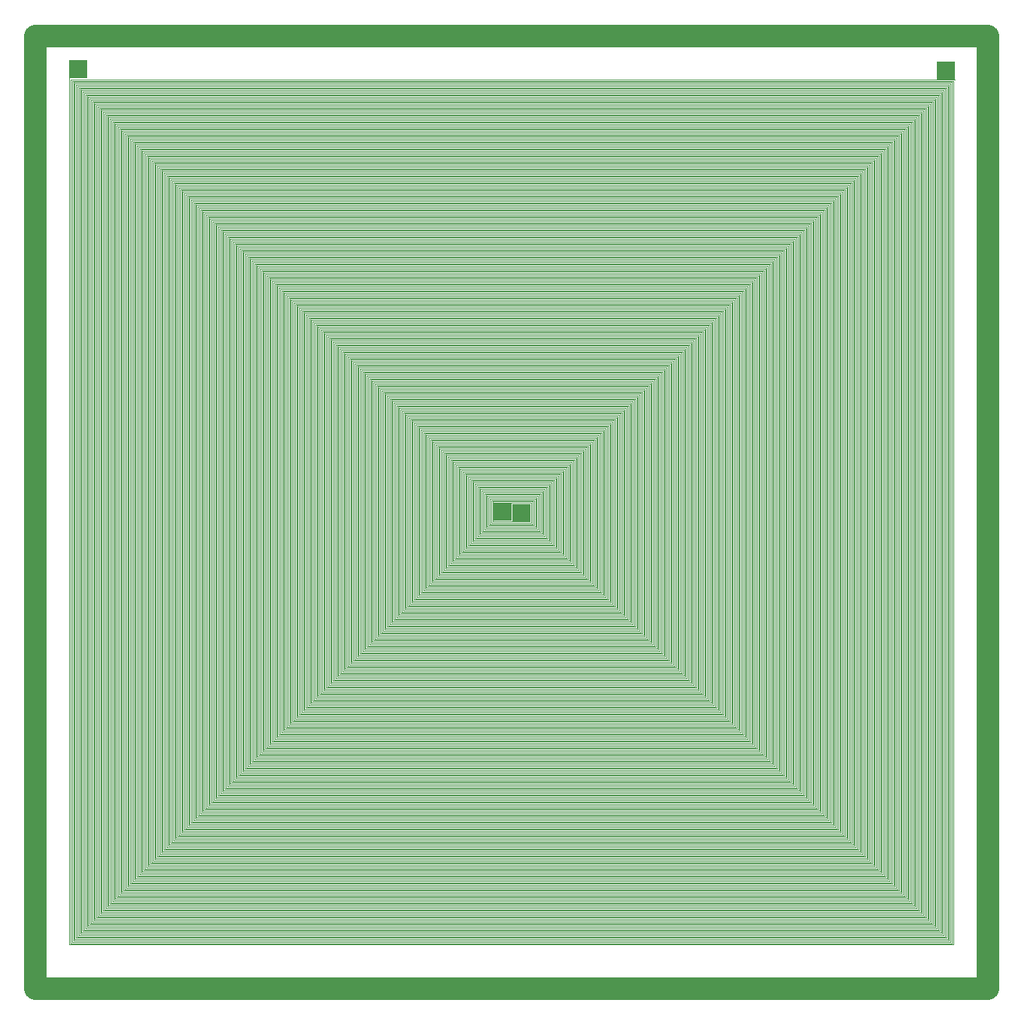
<source format=gbr>
G04 start of page 2 for group 0 idx 0 *
G04 Title: (unknown), component *
G04 Creator: pcb 1.99y *
G04 CreationDate: Mon Mar  9 18:38:28 2009 UTC *
G04 For: dj *
G04 Format: Gerber/RS-274X *
G04 PCB-Dimensions: 432600 432600 *
G04 PCB-Coordinate-Origin: lower left *
%MOIN*%
%FSLAX25Y25*%
%LNFRONT*%
%ADD11C,0.0030*%
%ADD12C,0.1000*%
%ADD13C,0.0200*%
%ADD14C,0.0300*%
G54D11*X331100Y105350D02*Y326650D01*
X331700Y104750D02*Y327250D01*
X332300Y104150D02*Y327850D01*
X332900Y103550D02*Y328450D01*
X333500Y102950D02*Y329050D01*
X334100Y102350D02*Y329650D01*
X334700Y101750D02*Y330250D01*
X335300Y101150D02*Y330850D01*
X335900Y100550D02*Y331450D01*
X336500Y99950D02*Y332050D01*
X337100Y99350D02*Y332650D01*
X337700Y98750D02*Y333250D01*
X338300Y98150D02*Y333850D01*
X338900Y97550D02*Y334450D01*
X339500Y96950D02*Y335050D01*
X340100Y96350D02*Y335650D01*
X340700Y95750D02*Y336250D01*
X341300Y95150D02*Y336850D01*
X341900Y94550D02*Y337450D01*
X342500Y93950D02*Y338050D01*
X343100Y93350D02*Y338650D01*
X343700Y92750D02*Y339250D01*
X344300Y92150D02*Y339850D01*
X344900Y91550D02*Y340450D01*
X345500Y90950D02*Y341050D01*
X346100Y90350D02*Y341650D01*
X346700Y89750D02*Y342250D01*
X347300Y89150D02*Y342850D01*
X347900Y88550D02*Y343450D01*
X348500Y87950D02*Y344050D01*
X349100Y87350D02*Y344650D01*
X349700Y86750D02*Y345250D01*
X350300Y86150D02*Y345850D01*
X350900Y85550D02*Y346450D01*
X351500Y84950D02*Y347050D01*
X352100Y84350D02*Y347650D01*
X352700Y83750D02*Y348250D01*
X353300Y83150D02*Y348850D01*
X353900Y82550D02*Y349450D01*
X354500Y81950D02*Y350050D01*
X355100Y81350D02*Y350650D01*
X355700Y80750D02*Y351250D01*
X356300Y80150D02*Y351850D01*
X356900Y79550D02*Y352450D01*
X357500Y78950D02*Y353050D01*
X358100Y78350D02*Y353650D01*
X358700Y77750D02*Y354250D01*
X359300Y77150D02*Y354850D01*
X359900Y76550D02*Y355450D01*
X360500Y75950D02*Y356050D01*
X361100Y75350D02*Y356650D01*
X361700Y74750D02*Y357250D01*
X362300Y74150D02*Y357850D01*
X362900Y73550D02*Y358450D01*
X363500Y72950D02*Y359050D01*
X364100Y72350D02*Y359650D01*
X364700Y71750D02*Y360250D01*
X365300Y71150D02*Y360850D01*
X365900Y70550D02*Y361450D01*
X366500Y69950D02*Y362050D01*
X367100Y69350D02*Y362650D01*
X367700Y68750D02*Y363250D01*
X368300Y68150D02*Y363850D01*
X368900Y67550D02*Y364450D01*
X369500Y66950D02*Y365050D01*
X370100Y66350D02*Y365650D01*
X370700Y65750D02*Y366250D01*
X371300Y65150D02*Y366850D01*
X371900Y64550D02*Y367450D01*
X372500Y63950D02*Y368050D01*
X373100Y63350D02*Y368650D01*
X373700Y62750D02*Y369250D01*
X374300Y62150D02*Y369850D01*
X374900Y61550D02*Y370450D01*
X375500Y60950D02*Y371050D01*
X376100Y60350D02*Y371650D01*
X376700Y59750D02*Y372250D01*
X377300Y59150D02*Y372850D01*
X377900Y58550D02*Y373450D01*
X378500Y57950D02*Y374050D01*
X379100Y57350D02*Y374650D01*
X379700Y56750D02*Y375250D01*
X380300Y56150D02*Y375850D01*
X380900Y55550D02*Y376450D01*
X381500Y54950D02*Y377050D01*
X382100Y54350D02*Y377650D01*
X382700Y53750D02*Y378250D01*
X383300Y53150D02*Y378850D01*
X383900Y52550D02*Y379450D01*
X384500Y51950D02*Y380050D01*
X385100Y51350D02*Y380650D01*
X385700Y50750D02*Y381250D01*
X386300Y50150D02*Y381850D01*
X386900Y49550D02*Y382450D01*
X387500Y48950D02*Y383050D01*
X388100Y48350D02*Y383650D01*
X388700Y47750D02*Y384250D01*
X389300Y47150D02*Y384850D01*
X389900Y46550D02*Y385450D01*
X390500Y45950D02*Y386050D01*
X391100Y45350D02*Y386650D01*
X391700Y44750D02*Y387250D01*
X392300Y44150D02*Y387850D01*
X392900Y43550D02*Y388450D01*
X393500Y42950D02*Y389050D01*
X394100Y42350D02*Y389650D01*
X394700Y41750D02*Y390250D01*
X395300Y41150D02*Y390850D01*
X395900Y40550D02*Y391450D01*
X396500Y39950D02*Y392050D01*
X169300Y259450D02*X263900D01*
X168700Y260050D02*X264500D01*
X168100Y260650D02*X265100D01*
X167500Y261250D02*X265700D01*
X166900Y261850D02*X266300D01*
X166300Y262450D02*X266900D01*
X165700Y263050D02*X267500D01*
X165100Y263650D02*X268100D01*
X164500Y264250D02*X268700D01*
X163900Y264850D02*X269300D01*
X163300Y265450D02*X269900D01*
X162700Y266050D02*X270500D01*
X162100Y266650D02*X271100D01*
X161500Y267250D02*X271700D01*
X160900Y267850D02*X272300D01*
X160300Y268450D02*X272900D01*
X159700Y269050D02*X273500D01*
X159100Y269650D02*X274100D01*
X158500Y270250D02*X274700D01*
X157900Y270850D02*X275300D01*
X157300Y271450D02*X275900D01*
X156700Y272050D02*X276500D01*
X156100Y272650D02*X277100D01*
X155500Y273250D02*X277700D01*
X154900Y273850D02*X278300D01*
X154300Y274450D02*X278900D01*
X153700Y275050D02*X279500D01*
X153100Y275650D02*X280100D01*
X152500Y276250D02*X280700D01*
X151900Y276850D02*X281300D01*
X151300Y277450D02*X281900D01*
X150700Y278050D02*X282500D01*
X150100Y278650D02*X283100D01*
X149500Y279250D02*X283700D01*
X148900Y279850D02*X284300D01*
X148300Y280450D02*X284900D01*
X147700Y281050D02*X285500D01*
X147100Y281650D02*X286100D01*
X146500Y282250D02*X286700D01*
X145900Y282850D02*X287300D01*
X145300Y283450D02*X287900D01*
X144700Y284050D02*X288500D01*
X144100Y284650D02*X289100D01*
X143500Y285250D02*X289700D01*
X142900Y285850D02*X290300D01*
X142300Y286450D02*X290900D01*
X141700Y287050D02*X291500D01*
X141100Y287650D02*X292100D01*
X140500Y288250D02*X292700D01*
X139900Y288850D02*X293300D01*
X139300Y289450D02*X293900D01*
X138700Y290050D02*X294500D01*
X138100Y290650D02*X295100D01*
X137500Y291250D02*X295700D01*
X136900Y291850D02*X296300D01*
X136300Y292450D02*X296900D01*
X135700Y293050D02*X297500D01*
X135100Y293650D02*X298100D01*
X134500Y294250D02*X298700D01*
X133900Y294850D02*X299300D01*
X133300Y295450D02*X299900D01*
X132700Y296050D02*X300500D01*
X132100Y296650D02*X301100D01*
X131500Y297250D02*X301700D01*
X130900Y297850D02*X302300D01*
X130300Y298450D02*X302900D01*
X129700Y299050D02*X303500D01*
X129100Y299650D02*X304100D01*
X128500Y300250D02*X304700D01*
X127900Y300850D02*X305300D01*
X127300Y301450D02*X305900D01*
X126700Y302050D02*X306500D01*
X126100Y302650D02*X307100D01*
X125500Y303250D02*X307700D01*
X124900Y303850D02*X308300D01*
X124300Y304450D02*X308900D01*
X123700Y305050D02*X309500D01*
X123100Y305650D02*X310100D01*
X122500Y306250D02*X310700D01*
X121900Y306850D02*X311300D01*
X121300Y307450D02*X311900D01*
X120700Y308050D02*X312500D01*
X120100Y308650D02*X313100D01*
X119500Y309250D02*X313700D01*
X118900Y309850D02*X314300D01*
X118300Y310450D02*X314900D01*
X117700Y311050D02*X315500D01*
X117100Y311650D02*X316100D01*
X116500Y312250D02*X316700D01*
X115900Y312850D02*X317300D01*
X115300Y313450D02*X317900D01*
X114700Y314050D02*X318500D01*
X114100Y314650D02*X319100D01*
X113500Y315250D02*X319700D01*
X112900Y315850D02*X320300D01*
X112300Y316450D02*X320900D01*
X111700Y317050D02*X321500D01*
X111100Y317650D02*X322100D01*
X110500Y318250D02*X322700D01*
X109900Y318850D02*X323300D01*
X109300Y319450D02*X323900D01*
X108700Y320050D02*X324500D01*
X108100Y320650D02*X325100D01*
X107500Y321250D02*X325700D01*
X106900Y321850D02*X326300D01*
X106300Y322450D02*X326900D01*
X105700Y323050D02*X327500D01*
X105100Y323650D02*X328100D01*
X104500Y324250D02*X328700D01*
X103900Y324850D02*X329300D01*
X103300Y325450D02*X329900D01*
X102700Y326050D02*X330500D01*
X102100Y326650D02*X331100D01*
X101500Y327250D02*X331700D01*
X100900Y327850D02*X332300D01*
X100300Y328450D02*X332900D01*
X99700Y329050D02*X333500D01*
X99100Y329650D02*X334100D01*
X98500Y330250D02*X334700D01*
X97900Y330850D02*X335300D01*
X97300Y331450D02*X335900D01*
X96700Y332050D02*X336500D01*
X96100Y332650D02*X337100D01*
X95500Y333250D02*X337700D01*
X94900Y333850D02*X338300D01*
X94300Y334450D02*X338900D01*
X93700Y335050D02*X339500D01*
X93100Y335650D02*X340100D01*
X92500Y336250D02*X340700D01*
X91900Y336850D02*X341300D01*
X91300Y337450D02*X341900D01*
X90700Y338050D02*X342500D01*
X90100Y338650D02*X343100D01*
X89500Y339250D02*X343700D01*
X88900Y339850D02*X344300D01*
X88300Y340450D02*X344900D01*
X87700Y341050D02*X345500D01*
X87100Y341650D02*X346100D01*
X86500Y342250D02*X346700D01*
X85900Y342850D02*X347300D01*
X85300Y343450D02*X347900D01*
X84700Y344050D02*X348500D01*
X84100Y344650D02*X349100D01*
X83500Y345250D02*X349700D01*
X82900Y345850D02*X350300D01*
X82300Y346450D02*X350900D01*
X81700Y347050D02*X351500D01*
X81100Y347650D02*X352100D01*
X80500Y348250D02*X352700D01*
X79900Y348850D02*X353300D01*
X79300Y349450D02*X353900D01*
X78700Y350050D02*X354500D01*
X78100Y350650D02*X355100D01*
X77500Y351250D02*X355700D01*
X76900Y351850D02*X356300D01*
X76300Y352450D02*X356900D01*
X75700Y353050D02*X357500D01*
X75100Y353650D02*X358100D01*
X74500Y354250D02*X358700D01*
X73900Y354850D02*X359300D01*
X73300Y355450D02*X359900D01*
X72700Y356050D02*X360500D01*
X72100Y356650D02*X361100D01*
X71500Y357250D02*X361700D01*
X70900Y357850D02*X362300D01*
X70300Y358450D02*X362900D01*
X69700Y359050D02*X363500D01*
X69100Y359650D02*X364100D01*
X68500Y360250D02*X364700D01*
X67900Y360850D02*X365300D01*
X67300Y361450D02*X365900D01*
X66700Y362050D02*X366500D01*
X66100Y362650D02*X367100D01*
X65500Y363250D02*X367700D01*
X64900Y363850D02*X368300D01*
X64300Y364450D02*X368900D01*
X63700Y365050D02*X369500D01*
X63100Y365650D02*X370100D01*
X62500Y366250D02*X370700D01*
X61900Y366850D02*X371300D01*
X61300Y367450D02*X371900D01*
X60700Y368050D02*X372500D01*
X60100Y368650D02*X373100D01*
X59500Y369250D02*X373700D01*
X58900Y369850D02*X374300D01*
X58300Y370450D02*X374900D01*
X57700Y371050D02*X375500D01*
X57100Y371650D02*X376100D01*
X56500Y372250D02*X376700D01*
X55900Y372850D02*X377300D01*
X55300Y373450D02*X377900D01*
X54700Y374050D02*X378500D01*
X54100Y374650D02*X379100D01*
X53500Y375250D02*X379700D01*
X52900Y375850D02*X380300D01*
X52300Y376450D02*X380900D01*
X51700Y377050D02*X381500D01*
X51100Y377650D02*X382100D01*
X50500Y378250D02*X382700D01*
X49900Y378850D02*X383300D01*
X49300Y379450D02*X383900D01*
X48700Y380050D02*X384500D01*
X48100Y380650D02*X385100D01*
X47500Y381250D02*X385700D01*
X46900Y381850D02*X386300D01*
X46300Y382450D02*X386900D01*
X45700Y383050D02*X387500D01*
X45100Y383650D02*X388100D01*
X44500Y384250D02*X388700D01*
X43900Y384850D02*X389300D01*
X43300Y385450D02*X389900D01*
X42700Y386050D02*X390500D01*
X42100Y386650D02*X391100D01*
X41500Y387250D02*X391700D01*
X40900Y387850D02*X392300D01*
X40300Y388450D02*X392900D01*
X39700Y389050D02*X393500D01*
X39100Y389650D02*X394100D01*
X38500Y390250D02*X394700D01*
X37900Y390850D02*X395300D01*
X37300Y391450D02*X395900D01*
X36700Y392050D02*X396500D01*
X36100Y392650D02*X397100D01*
X206500Y210950D02*X225500D01*
X205900Y210350D02*X226100D01*
X205300Y209750D02*X226700D01*
X225500Y210950D02*Y221050D01*
X226100Y210350D02*Y221650D01*
X226700Y209750D02*Y222250D01*
X227300Y209150D02*Y222850D01*
X227900Y208550D02*Y223450D01*
X228500Y207950D02*Y224050D01*
X204700Y209150D02*X227300D01*
X204100Y208550D02*X227900D01*
X203500Y207950D02*X228500D01*
X202900Y207350D02*X229100D01*
X207700Y212150D02*Y221050D01*
X208300Y220450D02*X224900D01*
X207100Y211550D02*Y221650D01*
X207700Y221050D02*X225500D01*
X207700Y212150D02*X224300D01*
Y219850D01*
X207100Y211550D02*X224900D01*
Y220450D01*
X229100Y207350D02*Y224650D01*
X202300Y206750D02*X229700D01*
X239900Y196550D02*Y235450D01*
X240500Y195950D02*Y236050D01*
X241100Y195350D02*Y236650D01*
X241700Y194750D02*Y237250D01*
X242300Y194150D02*Y237850D01*
X242900Y193550D02*Y238450D01*
X243500Y192950D02*Y239050D01*
X244100Y192350D02*Y239650D01*
X244700Y191750D02*Y240250D01*
X245300Y191150D02*Y240850D01*
X245900Y190550D02*Y241450D01*
X246500Y189950D02*Y242050D01*
X247100Y189350D02*Y242650D01*
X247700Y188750D02*Y243250D01*
X248300Y188150D02*Y243850D01*
X248900Y187550D02*Y244450D01*
X249500Y186950D02*Y245050D01*
X250100Y186350D02*Y245650D01*
X250700Y185750D02*Y246250D01*
X251300Y185150D02*Y246850D01*
X251900Y184550D02*Y247450D01*
X252500Y183950D02*Y248050D01*
X253100Y183350D02*Y248650D01*
X253700Y182750D02*Y249250D01*
X254300Y182150D02*Y249850D01*
X254900Y181550D02*Y250450D01*
X255500Y180950D02*Y251050D01*
X256100Y180350D02*Y251650D01*
X256700Y179750D02*Y252250D01*
X257300Y179150D02*Y252850D01*
X257900Y178550D02*Y253450D01*
X258500Y177950D02*Y254050D01*
X259100Y177350D02*Y254650D01*
X259700Y176750D02*Y255250D01*
X260300Y176150D02*Y255850D01*
X260900Y175550D02*Y256450D01*
X261500Y174950D02*Y257050D01*
X262100Y174350D02*Y257650D01*
X229700Y206750D02*Y225250D01*
X230300Y206150D02*Y225850D01*
X230900Y205550D02*Y226450D01*
X231500Y204950D02*Y227050D01*
X232100Y204350D02*Y227650D01*
X232700Y203750D02*Y228250D01*
X233300Y203150D02*Y228850D01*
X233900Y202550D02*Y229450D01*
X234500Y201950D02*Y230050D01*
X235100Y201350D02*Y230650D01*
X235700Y200750D02*Y231250D01*
X236300Y200150D02*Y231850D01*
X236900Y199550D02*Y232450D01*
X237500Y198950D02*Y233050D01*
X238100Y198350D02*Y233650D01*
X238700Y197750D02*Y234250D01*
X239300Y197150D02*Y234850D01*
X207100Y221650D02*X226100D01*
X206500Y222250D02*X226700D01*
X205900Y222850D02*X227300D01*
X205300Y223450D02*X227900D01*
X204700Y224050D02*X228500D01*
X204100Y224650D02*X229100D01*
X203500Y225250D02*X229700D01*
X202900Y225850D02*X230300D01*
X202300Y226450D02*X230900D01*
X201700Y227050D02*X231500D01*
X201100Y227650D02*X232100D01*
X200500Y228250D02*X232700D01*
X199900Y228850D02*X233300D01*
X199300Y229450D02*X233900D01*
X198700Y230050D02*X234500D01*
X198100Y230650D02*X235100D01*
X197500Y231250D02*X235700D01*
X196900Y231850D02*X236300D01*
X196300Y232450D02*X236900D01*
X195700Y233050D02*X237500D01*
X195100Y233650D02*X238100D01*
X194500Y234250D02*X238700D01*
X193900Y234850D02*X239300D01*
X193300Y235450D02*X239900D01*
X192700Y236050D02*X240500D01*
X192100Y236650D02*X241100D01*
X191500Y237250D02*X241700D01*
X190900Y237850D02*X242300D01*
X190300Y238450D02*X242900D01*
X189700Y239050D02*X243500D01*
X189100Y239650D02*X244100D01*
X188500Y240250D02*X244700D01*
X187900Y240850D02*X245300D01*
X187300Y241450D02*X245900D01*
X186700Y242050D02*X246500D01*
X186100Y242650D02*X247100D01*
X185500Y243250D02*X247700D01*
X184900Y243850D02*X248300D01*
X184300Y244450D02*X248900D01*
X183700Y245050D02*X249500D01*
X183100Y245650D02*X250100D01*
X182500Y246250D02*X250700D01*
X181900Y246850D02*X251300D01*
X181300Y247450D02*X251900D01*
X180700Y248050D02*X252500D01*
X180100Y248650D02*X253100D01*
X179500Y249250D02*X253700D01*
X178900Y249850D02*X254300D01*
X178300Y250450D02*X254900D01*
X177700Y251050D02*X255500D01*
X177100Y251650D02*X256100D01*
X176500Y252250D02*X256700D01*
X175900Y252850D02*X257300D01*
X175300Y253450D02*X257900D01*
X174700Y254050D02*X258500D01*
X174100Y254650D02*X259100D01*
X173500Y255250D02*X259700D01*
X172900Y255850D02*X260300D01*
X172300Y256450D02*X260900D01*
X171700Y257050D02*X261500D01*
X171100Y257650D02*X262100D01*
X170500Y258250D02*X262700D01*
X169900Y258850D02*X263300D01*
X262700Y173750D02*Y258250D01*
X263300Y173150D02*Y258850D01*
X263900Y172550D02*Y259450D01*
X264500Y171950D02*Y260050D01*
X265100Y171350D02*Y260650D01*
X265700Y170750D02*Y261250D01*
X266300Y170150D02*Y261850D01*
X266900Y169550D02*Y262450D01*
X267500Y168950D02*Y263050D01*
X268100Y168350D02*Y263650D01*
X268700Y167750D02*Y264250D01*
X269300Y167150D02*Y264850D01*
X269900Y166550D02*Y265450D01*
X270500Y165950D02*Y266050D01*
X271100Y165350D02*Y266650D01*
X271700Y164750D02*Y267250D01*
X272300Y164150D02*Y267850D01*
X272900Y163550D02*Y268450D01*
X273500Y162950D02*Y269050D01*
X274100Y162350D02*Y269650D01*
X274700Y161750D02*Y270250D01*
X275300Y161150D02*Y270850D01*
X275900Y160550D02*Y271450D01*
X276500Y159950D02*Y272050D01*
X277100Y159350D02*Y272650D01*
X277700Y158750D02*Y273250D01*
X278300Y158150D02*Y273850D01*
X278900Y157550D02*Y274450D01*
X279500Y156950D02*Y275050D01*
X280100Y156350D02*Y275650D01*
X280700Y155750D02*Y276250D01*
X281300Y155150D02*Y276850D01*
X281900Y154550D02*Y277450D01*
X282500Y153950D02*Y278050D01*
X283100Y153350D02*Y278650D01*
X283700Y152750D02*Y279250D01*
X284300Y152150D02*Y279850D01*
X284900Y151550D02*Y280450D01*
X285500Y150950D02*Y281050D01*
X286100Y150350D02*Y281650D01*
X286700Y149750D02*Y282250D01*
X287300Y149150D02*Y282850D01*
X287900Y148550D02*Y283450D01*
X288500Y147950D02*Y284050D01*
X289100Y147350D02*Y284650D01*
X289700Y146750D02*Y285250D01*
X290300Y146150D02*Y285850D01*
X290900Y145550D02*Y286450D01*
X291500Y144950D02*Y287050D01*
X292100Y144350D02*Y287650D01*
X292700Y143750D02*Y288250D01*
X293300Y143150D02*Y288850D01*
X293900Y142550D02*Y289450D01*
X294500Y141950D02*Y290050D01*
X295100Y141350D02*Y290650D01*
X295700Y140750D02*Y291250D01*
X296300Y140150D02*Y291850D01*
X296900Y139550D02*Y292450D01*
X297500Y138950D02*Y293050D01*
X298100Y138350D02*Y293650D01*
X298700Y137750D02*Y294250D01*
X299300Y137150D02*Y294850D01*
X299900Y136550D02*Y295450D01*
X300500Y135950D02*Y296050D01*
X301100Y135350D02*Y296650D01*
X301700Y134750D02*Y297250D01*
X302300Y134150D02*Y297850D01*
X302900Y133550D02*Y298450D01*
X303500Y132950D02*Y299050D01*
X304100Y132350D02*Y299650D01*
X304700Y131750D02*Y300250D01*
X305300Y131150D02*Y300850D01*
X305900Y130550D02*Y301450D01*
X306500Y129950D02*Y302050D01*
X307100Y129350D02*Y302650D01*
X307700Y128750D02*Y303250D01*
X308300Y128150D02*Y303850D01*
X308900Y127550D02*Y304450D01*
X309500Y126950D02*Y305050D01*
X310100Y126350D02*Y305650D01*
X310700Y125750D02*Y306250D01*
X311300Y125150D02*Y306850D01*
X311900Y124550D02*Y307450D01*
X312500Y123950D02*Y308050D01*
X313100Y123350D02*Y308650D01*
X313700Y122750D02*Y309250D01*
X314300Y122150D02*Y309850D01*
X314900Y121550D02*Y310450D01*
X315500Y120950D02*Y311050D01*
X316100Y120350D02*Y311650D01*
X316700Y119750D02*Y312250D01*
X317300Y119150D02*Y312850D01*
X317900Y118550D02*Y313450D01*
X318500Y117950D02*Y314050D01*
X319100Y117350D02*Y314650D01*
X319700Y116750D02*Y315250D01*
X320300Y116150D02*Y315850D01*
X320900Y115550D02*Y316450D01*
X321500Y114950D02*Y317050D01*
X322100Y114350D02*Y317650D01*
X322700Y113750D02*Y318250D01*
X323300Y113150D02*Y318850D01*
X323900Y112550D02*Y319450D01*
X324500Y111950D02*Y320050D01*
X325100Y111350D02*Y320650D01*
X325700Y110750D02*Y321250D01*
X326300Y110150D02*Y321850D01*
X326900Y109550D02*Y322450D01*
X327500Y108950D02*Y323050D01*
X328100Y108350D02*Y323650D01*
X328700Y107750D02*Y324250D01*
X329300Y107150D02*Y324850D01*
X329900Y106550D02*Y325450D01*
X330500Y105950D02*Y326050D01*
X198700Y203150D02*X233300D01*
X198100Y202550D02*X233900D01*
X197500Y201950D02*X234500D01*
X196900Y201350D02*X235100D01*
X196300Y200750D02*X235700D01*
X195700Y200150D02*X236300D01*
X195100Y199550D02*X236900D01*
X194500Y198950D02*X237500D01*
X193900Y198350D02*X238100D01*
X193300Y197750D02*X238700D01*
X192700Y197150D02*X239300D01*
X192100Y196550D02*X239900D01*
X191500Y195950D02*X240500D01*
X190900Y195350D02*X241100D01*
X190300Y194750D02*X241700D01*
X189700Y194150D02*X242300D01*
X189100Y193550D02*X242900D01*
X188500Y192950D02*X243500D01*
X187900Y192350D02*X244100D01*
X187300Y191750D02*X244700D01*
X186700Y191150D02*X245300D01*
X186100Y190550D02*X245900D01*
X185500Y189950D02*X246500D01*
X184900Y189350D02*X247100D01*
X184300Y188750D02*X247700D01*
X183700Y188150D02*X248300D01*
X183100Y187550D02*X248900D01*
X182500Y186950D02*X249500D01*
X181900Y186350D02*X250100D01*
X181300Y185750D02*X250700D01*
X180700Y185150D02*X251300D01*
X180100Y184550D02*X251900D01*
X179500Y183950D02*X252500D01*
X178900Y183350D02*X253100D01*
X178300Y182750D02*X253700D01*
X177700Y182150D02*X254300D01*
X177100Y181550D02*X254900D01*
X176500Y180950D02*X255500D01*
X175900Y180350D02*X256100D01*
X175300Y179750D02*X256700D01*
X174700Y179150D02*X257300D01*
X174100Y178550D02*X257900D01*
X173500Y177950D02*X258500D01*
X172900Y177350D02*X259100D01*
X172300Y176750D02*X259700D01*
X171700Y176150D02*X260300D01*
X171100Y175550D02*X260900D01*
X170500Y174950D02*X261500D01*
X201700Y206150D02*X230300D01*
X201100Y205550D02*X230900D01*
X200500Y204950D02*X231500D01*
X199900Y204350D02*X232100D01*
X199300Y203750D02*X232700D01*
X169900Y174350D02*X262100D01*
X169300Y173750D02*X262700D01*
X168700Y173150D02*X263300D01*
X168100Y172550D02*X263900D01*
X167500Y171950D02*X264500D01*
X166900Y171350D02*X265100D01*
X166300Y170750D02*X265700D01*
X165700Y170150D02*X266300D01*
X165100Y169550D02*X266900D01*
X164500Y168950D02*X267500D01*
X163900Y168350D02*X268100D01*
X163300Y167750D02*X268700D01*
X162700Y167150D02*X269300D01*
X162100Y166550D02*X269900D01*
X161500Y165950D02*X270500D01*
X160900Y165350D02*X271100D01*
X160300Y164750D02*X271700D01*
X159700Y164150D02*X272300D01*
X159100Y163550D02*X272900D01*
X158500Y162950D02*X273500D01*
X157900Y162350D02*X274100D01*
X157300Y161750D02*X274700D01*
X156700Y161150D02*X275300D01*
X156100Y160550D02*X275900D01*
X155500Y159950D02*X276500D01*
X154900Y159350D02*X277100D01*
X154300Y158750D02*X277700D01*
X153700Y158150D02*X278300D01*
X153100Y157550D02*X278900D01*
X152500Y156950D02*X279500D01*
X151900Y156350D02*X280100D01*
X151300Y155750D02*X280700D01*
X150700Y155150D02*X281300D01*
X150100Y154550D02*X281900D01*
X149500Y153950D02*X282500D01*
X148900Y153350D02*X283100D01*
X148300Y152750D02*X283700D01*
X147700Y152150D02*X284300D01*
X147100Y151550D02*X284900D01*
X146500Y150950D02*X285500D01*
X145900Y150350D02*X286100D01*
X145300Y149750D02*X286700D01*
X144700Y149150D02*X287300D01*
X144100Y148550D02*X287900D01*
X143500Y147950D02*X288500D01*
X142900Y147350D02*X289100D01*
X142300Y146750D02*X289700D01*
X141700Y146150D02*X290300D01*
X141100Y145550D02*X290900D01*
X140500Y144950D02*X291500D01*
X139900Y144350D02*X292100D01*
X139300Y143750D02*X292700D01*
X138700Y143150D02*X293300D01*
X138100Y142550D02*X293900D01*
X137500Y141950D02*X294500D01*
X136900Y141350D02*X295100D01*
X136300Y140750D02*X295700D01*
X135700Y140150D02*X296300D01*
X135100Y139550D02*X296900D01*
X134500Y138950D02*X297500D01*
X133900Y138350D02*X298100D01*
X133300Y137750D02*X298700D01*
X132700Y137150D02*X299300D01*
X132100Y136550D02*X299900D01*
X131500Y135950D02*X300500D01*
X130900Y135350D02*X301100D01*
X130300Y134750D02*X301700D01*
X129700Y134150D02*X302300D01*
X129100Y133550D02*X302900D01*
X128500Y132950D02*X303500D01*
X127900Y132350D02*X304100D01*
X127300Y131750D02*X304700D01*
X126700Y131150D02*X305300D01*
X126100Y130550D02*X305900D01*
X125500Y129950D02*X306500D01*
X124900Y129350D02*X307100D01*
X124300Y128750D02*X307700D01*
X123700Y128150D02*X308300D01*
X123100Y127550D02*X308900D01*
X122500Y126950D02*X309500D01*
X121900Y126350D02*X310100D01*
X121300Y125750D02*X310700D01*
X120700Y125150D02*X311300D01*
X120100Y124550D02*X311900D01*
X119500Y123950D02*X312500D01*
X118900Y123350D02*X313100D01*
X118300Y122750D02*X313700D01*
X117700Y122150D02*X314300D01*
X117100Y121550D02*X314900D01*
X116500Y120950D02*X315500D01*
X115900Y120350D02*X316100D01*
X115300Y119750D02*X316700D01*
X114700Y119150D02*X317300D01*
X114100Y118550D02*X317900D01*
X113500Y117950D02*X318500D01*
X112900Y117350D02*X319100D01*
X112300Y116750D02*X319700D01*
X111700Y116150D02*X320300D01*
X111100Y115550D02*X320900D01*
X110500Y114950D02*X321500D01*
X109900Y114350D02*X322100D01*
X109300Y113750D02*X322700D01*
X108700Y113150D02*X323300D01*
X108100Y112550D02*X323900D01*
X107500Y111950D02*X324500D01*
X106900Y111350D02*X325100D01*
X106300Y110750D02*X325700D01*
X105700Y110150D02*X326300D01*
X105100Y109550D02*X326900D01*
X104500Y108950D02*X327500D01*
X103900Y108350D02*X328100D01*
X103300Y107750D02*X328700D01*
X102700Y107150D02*X329300D01*
X102100Y106550D02*X329900D01*
X101500Y105950D02*X330500D01*
X100900Y105350D02*X331100D01*
X165100Y169550D02*Y263650D01*
X164500Y168950D02*Y264250D01*
X163900Y168350D02*Y264850D01*
X163300Y167750D02*Y265450D01*
X162700Y167150D02*Y266050D01*
X162100Y166550D02*Y266650D01*
X161500Y165950D02*Y267250D01*
X160900Y165350D02*Y267850D01*
X160300Y164750D02*Y268450D01*
X159700Y164150D02*Y269050D01*
X159100Y163550D02*Y269650D01*
X158500Y162950D02*Y270250D01*
X157900Y162350D02*Y270850D01*
X157300Y161750D02*Y271450D01*
X156700Y161150D02*Y272050D01*
X156100Y160550D02*Y272650D01*
X155500Y159950D02*Y273250D01*
X154900Y159350D02*Y273850D01*
X154300Y158750D02*Y274450D01*
X153700Y158150D02*Y275050D01*
X153100Y157550D02*Y275650D01*
X152500Y156950D02*Y276250D01*
X151900Y156350D02*Y276850D01*
X151300Y155750D02*Y277450D01*
X150700Y155150D02*Y278050D01*
X150100Y154550D02*Y278650D01*
X149500Y153950D02*Y279250D01*
X148900Y153350D02*Y279850D01*
X148300Y152750D02*Y280450D01*
X147700Y152150D02*Y281050D01*
X147100Y151550D02*Y281650D01*
X146500Y150950D02*Y282250D01*
X145900Y150350D02*Y282850D01*
X145300Y149750D02*Y283450D01*
X144700Y149150D02*Y284050D01*
X144100Y148550D02*Y284650D01*
X143500Y147950D02*Y285250D01*
X142900Y147350D02*Y285850D01*
X142300Y146750D02*Y286450D01*
X141700Y146150D02*Y287050D01*
X141100Y145550D02*Y287650D01*
X140500Y144950D02*Y288250D01*
X139900Y144350D02*Y288850D01*
X139300Y143750D02*Y289450D01*
X138700Y143150D02*Y290050D01*
X138100Y142550D02*Y290650D01*
X137500Y141950D02*Y291250D01*
X136900Y141350D02*Y291850D01*
X136300Y140750D02*Y292450D01*
X135700Y140150D02*Y293050D01*
X135100Y139550D02*Y293650D01*
X134500Y138950D02*Y294250D01*
X133900Y138350D02*Y294850D01*
X133300Y137750D02*Y295450D01*
X132700Y137150D02*Y296050D01*
X132100Y136550D02*Y296650D01*
X131500Y135950D02*Y297250D01*
X130900Y135350D02*Y297850D01*
X130300Y134750D02*Y298450D01*
X129700Y134150D02*Y299050D01*
X129100Y133550D02*Y299650D01*
X128500Y132950D02*Y300250D01*
X127900Y132350D02*Y300850D01*
X127300Y131750D02*Y301450D01*
X126700Y131150D02*Y302050D01*
X126100Y130550D02*Y302650D01*
X125500Y129950D02*Y303250D01*
X124900Y129350D02*Y303850D01*
X124300Y128750D02*Y304450D01*
X123700Y128150D02*Y305050D01*
X123100Y127550D02*Y305650D01*
X122500Y126950D02*Y306250D01*
X202300Y206750D02*Y226450D01*
X201700Y206150D02*Y227050D01*
X201100Y205550D02*Y227650D01*
X200500Y204950D02*Y228250D01*
X199900Y204350D02*Y228850D01*
X199300Y203750D02*Y229450D01*
X198700Y203150D02*Y230050D01*
X198100Y202550D02*Y230650D01*
X197500Y201950D02*Y231250D01*
X196900Y201350D02*Y231850D01*
X196300Y200750D02*Y232450D01*
X195700Y200150D02*Y233050D01*
X195100Y199550D02*Y233650D01*
X194500Y198950D02*Y234250D01*
X202900Y207350D02*Y225850D01*
X206500Y210950D02*Y222250D01*
X205900Y210350D02*Y222850D01*
X205300Y209750D02*Y223450D01*
X204700Y209150D02*Y224050D01*
X204100Y208550D02*Y224650D01*
X203500Y207950D02*Y225250D01*
X193900Y198350D02*Y234850D01*
X193300Y197750D02*Y235450D01*
X192700Y197150D02*Y236050D01*
X192100Y196550D02*Y236650D01*
X191500Y195950D02*Y237250D01*
X190900Y195350D02*Y237850D01*
X190300Y194750D02*Y238450D01*
X189700Y194150D02*Y239050D01*
X189100Y193550D02*Y239650D01*
X188500Y192950D02*Y240250D01*
X187900Y192350D02*Y240850D01*
X187300Y191750D02*Y241450D01*
X186700Y191150D02*Y242050D01*
X186100Y190550D02*Y242650D01*
X185500Y189950D02*Y243250D01*
X184900Y189350D02*Y243850D01*
X184300Y188750D02*Y244450D01*
X183700Y188150D02*Y245050D01*
X183100Y187550D02*Y245650D01*
X182500Y186950D02*Y246250D01*
X181900Y186350D02*Y246850D01*
X181300Y185750D02*Y247450D01*
X180700Y185150D02*Y248050D01*
X180100Y184550D02*Y248650D01*
X179500Y183950D02*Y249250D01*
X178900Y183350D02*Y249850D01*
X178300Y182750D02*Y250450D01*
X177700Y182150D02*Y251050D01*
X177100Y181550D02*Y251650D01*
X176500Y180950D02*Y252250D01*
X175900Y180350D02*Y252850D01*
X175300Y179750D02*Y253450D01*
X174700Y179150D02*Y254050D01*
X174100Y178550D02*Y254650D01*
X173500Y177950D02*Y255250D01*
X172900Y177350D02*Y255850D01*
X172300Y176750D02*Y256450D01*
X171700Y176150D02*Y257050D01*
X171100Y175550D02*Y257650D01*
X170500Y174950D02*Y258250D01*
X169900Y174350D02*Y258850D01*
X169300Y173750D02*Y259450D01*
X168700Y173150D02*Y260050D01*
X168100Y172550D02*Y260650D01*
X167500Y171950D02*Y261250D01*
X166900Y171350D02*Y261850D01*
X166300Y170750D02*Y262450D01*
X165700Y170150D02*Y263050D01*
X35500Y393250D02*X397700D01*
X34900Y393850D02*X398300D01*
X34300Y394450D02*X398900D01*
X33700Y395050D02*X399500D01*
X33100Y395650D02*X400100D01*
X32500Y396250D02*X400700D01*
X31900Y396850D02*X401300D01*
X31300Y397450D02*X401900D01*
X397100Y39350D02*Y392650D01*
X397700Y38750D02*Y393250D01*
X398300Y38150D02*Y393850D01*
X398900Y37550D02*Y394450D01*
X399500Y36950D02*Y395050D01*
X400100Y36350D02*Y395650D01*
X400700Y35750D02*Y396250D01*
X401300Y35150D02*Y396850D01*
G54D12*X5000Y5000D02*X427600D01*
G54D11*X30700Y398050D02*X402500D01*
X30100Y398650D02*X403100D01*
X29500Y399250D02*X403700D01*
X28900Y399850D02*X404300D01*
X28300Y400450D02*X404900D01*
X27700Y401050D02*X405500D01*
X27100Y401650D02*X406100D01*
X26500Y402250D02*X406700D01*
X25900Y402850D02*X407300D01*
X25300Y403450D02*X407900D01*
X24700Y404050D02*X408500D01*
X24100Y404650D02*X409100D01*
X23500Y405250D02*X409700D01*
X22900Y405850D02*X410300D01*
X22300Y406450D02*X410900D01*
X21700Y407050D02*X411500D01*
X21100Y407650D02*X412100D01*
X20500Y408250D02*X412700D01*
X401900Y34550D02*Y397450D01*
X402500Y33950D02*Y398050D01*
X403100Y33350D02*Y398650D01*
X403700Y32750D02*Y399250D01*
X404300Y32150D02*Y399850D01*
X404900Y31550D02*Y400450D01*
X405500Y30950D02*Y401050D01*
X406100Y30350D02*Y401650D01*
X406700Y29750D02*Y402250D01*
X407300Y29150D02*Y402850D01*
X407900Y28550D02*Y403450D01*
X408500Y27950D02*Y404050D01*
X409100Y27350D02*Y404650D01*
X409700Y26750D02*Y405250D01*
X410300Y26150D02*Y405850D01*
X410900Y25550D02*Y406450D01*
X411500Y24950D02*Y407050D01*
X412100Y24350D02*Y407650D01*
G54D12*X427600Y5000D02*Y427600D01*
X5000D02*X427600D01*
G54D11*X121900Y126350D02*Y306850D01*
X121300Y125750D02*Y307450D01*
X120700Y125150D02*Y308050D01*
X120100Y124550D02*Y308650D01*
X119500Y123950D02*Y309250D01*
X118900Y123350D02*Y309850D01*
X118300Y122750D02*Y310450D01*
X117700Y122150D02*Y311050D01*
X117100Y121550D02*Y311650D01*
X116500Y120950D02*Y312250D01*
X115900Y120350D02*Y312850D01*
X115300Y119750D02*Y313450D01*
X114700Y119150D02*Y314050D01*
X114100Y118550D02*Y314650D01*
X113500Y117950D02*Y315250D01*
X112900Y117350D02*Y315850D01*
X112300Y116750D02*Y316450D01*
X111700Y116150D02*Y317050D01*
X111100Y115550D02*Y317650D01*
X110500Y114950D02*Y318250D01*
X109900Y114350D02*Y318850D01*
X109300Y113750D02*Y319450D01*
X108700Y113150D02*Y320050D01*
X108100Y112550D02*Y320650D01*
X107500Y111950D02*Y321250D01*
X106900Y111350D02*Y321850D01*
X106300Y110750D02*Y322450D01*
X105700Y110150D02*Y323050D01*
X105100Y109550D02*Y323650D01*
X104500Y108950D02*Y324250D01*
X103900Y108350D02*Y324850D01*
X103300Y107750D02*Y325450D01*
X102700Y107150D02*Y326050D01*
X102100Y106550D02*Y326650D01*
X101500Y105950D02*Y327250D01*
X100900Y105350D02*Y327850D01*
X100300Y104750D02*Y328450D01*
X99700Y104150D02*Y329050D01*
X99100Y103550D02*Y329650D01*
X98500Y102950D02*Y330250D01*
X97900Y102350D02*Y330850D01*
X97300Y101750D02*Y331450D01*
X96700Y101150D02*Y332050D01*
X96100Y100550D02*Y332650D01*
X95500Y99950D02*Y333250D01*
X94900Y99350D02*Y333850D01*
X94300Y98750D02*Y334450D01*
X93700Y98150D02*Y335050D01*
X93100Y97550D02*Y335650D01*
X92500Y96950D02*Y336250D01*
X91900Y96350D02*Y336850D01*
X91300Y95750D02*Y337450D01*
X90700Y95150D02*Y338050D01*
X90100Y94550D02*Y338650D01*
X89500Y93950D02*Y339250D01*
X88900Y93350D02*Y339850D01*
X88300Y92750D02*Y340450D01*
X87700Y92150D02*Y341050D01*
X87100Y91550D02*Y341650D01*
X86500Y90950D02*Y342250D01*
X85900Y90350D02*Y342850D01*
X85300Y89750D02*Y343450D01*
X84700Y89150D02*Y344050D01*
X84100Y88550D02*Y344650D01*
X83500Y87950D02*Y345250D01*
X82900Y87350D02*Y345850D01*
X82300Y86750D02*Y346450D01*
X81700Y86150D02*Y347050D01*
X81100Y85550D02*Y347650D01*
X80500Y84950D02*Y348250D01*
X79900Y84350D02*Y348850D01*
X79300Y83750D02*Y349450D01*
X78700Y83150D02*Y350050D01*
X78100Y82550D02*Y350650D01*
X77500Y81950D02*Y351250D01*
X76900Y81350D02*Y351850D01*
X76300Y80750D02*Y352450D01*
X75700Y80150D02*Y353050D01*
X75100Y79550D02*Y353650D01*
X74500Y78950D02*Y354250D01*
X73900Y78350D02*Y354850D01*
X73300Y77750D02*Y355450D01*
X72700Y77150D02*Y356050D01*
X72100Y76550D02*Y356650D01*
X71500Y75950D02*Y357250D01*
X70900Y75350D02*Y357850D01*
X70300Y74750D02*Y358450D01*
X69700Y74150D02*Y359050D01*
X69100Y73550D02*Y359650D01*
X68500Y72950D02*Y360250D01*
X67900Y72350D02*Y360850D01*
X67300Y71750D02*Y361450D01*
X66700Y71150D02*Y362050D01*
X66100Y70550D02*Y362650D01*
X65500Y69950D02*Y363250D01*
X64900Y69350D02*Y363850D01*
X64300Y68750D02*Y364450D01*
X63700Y68150D02*Y365050D01*
X63100Y67550D02*Y365650D01*
X62500Y66950D02*Y366250D01*
X61900Y66350D02*Y366850D01*
X61300Y65750D02*Y367450D01*
X60700Y65150D02*Y368050D01*
X60100Y64550D02*Y368650D01*
X59500Y63950D02*Y369250D01*
X58900Y63350D02*Y369850D01*
X58300Y62750D02*Y370450D01*
X57700Y62150D02*Y371050D01*
X57100Y61550D02*Y371650D01*
X56500Y60950D02*Y372250D01*
X55900Y60350D02*Y372850D01*
X55300Y59750D02*Y373450D01*
X54700Y59150D02*Y374050D01*
X54100Y58550D02*Y374650D01*
X53500Y57950D02*Y375250D01*
X52900Y57350D02*Y375850D01*
X52300Y56750D02*Y376450D01*
X51700Y56150D02*Y377050D01*
X51100Y55550D02*Y377650D01*
X50500Y54950D02*Y378250D01*
X49900Y54350D02*Y378850D01*
X49300Y53750D02*Y379450D01*
X48700Y53150D02*Y380050D01*
X48100Y52550D02*Y380650D01*
X47500Y51950D02*Y381250D01*
X46900Y51350D02*Y381850D01*
X46300Y50750D02*Y382450D01*
X45700Y50150D02*Y383050D01*
X45100Y49550D02*Y383650D01*
X44500Y48950D02*Y384250D01*
X43900Y48350D02*Y384850D01*
X43300Y47750D02*Y385450D01*
X42700Y47150D02*Y386050D01*
X42100Y46550D02*Y386650D01*
X41500Y45950D02*Y387250D01*
X40900Y45350D02*Y387850D01*
X40300Y44750D02*Y388450D01*
X39700Y44150D02*Y389050D01*
X39100Y43550D02*Y389650D01*
X38500Y42950D02*Y390250D01*
X37900Y42350D02*Y390850D01*
X37300Y41750D02*Y391450D01*
X36700Y41150D02*Y392050D01*
X36100Y40550D02*Y392650D01*
X35500Y39950D02*Y393250D01*
X34900Y39350D02*Y393850D01*
X34300Y38750D02*Y394450D01*
X33700Y38150D02*Y395050D01*
X33100Y37550D02*Y395650D01*
X32500Y36950D02*Y396250D01*
X31900Y36350D02*Y396850D01*
X31300Y35750D02*Y397450D01*
X30700Y35150D02*Y398050D01*
X30100Y34550D02*Y398650D01*
X29500Y33950D02*Y399250D01*
X28900Y33350D02*Y399850D01*
X28300Y32750D02*Y400450D01*
X27700Y32150D02*Y401050D01*
X27100Y31550D02*Y401650D01*
X26500Y30950D02*Y402250D01*
X25900Y30350D02*Y402850D01*
X25300Y29750D02*Y403450D01*
X24700Y29150D02*Y404050D01*
X24100Y28550D02*Y404650D01*
X23500Y27950D02*Y405250D01*
X22900Y27350D02*Y405850D01*
X22300Y26750D02*Y406450D01*
X21700Y26150D02*Y407050D01*
X21100Y25550D02*Y407650D01*
X20500Y24950D02*Y408250D01*
X19900Y24350D02*Y408850D01*
G54D12*X5000Y5000D02*Y427600D01*
G54D11*X100300Y104750D02*X331700D01*
X99700Y104150D02*X332300D01*
X99100Y103550D02*X332900D01*
X98500Y102950D02*X333500D01*
X97900Y102350D02*X334100D01*
X97300Y101750D02*X334700D01*
X96700Y101150D02*X335300D01*
X96100Y100550D02*X335900D01*
X95500Y99950D02*X336500D01*
X94900Y99350D02*X337100D01*
X94300Y98750D02*X337700D01*
X93700Y98150D02*X338300D01*
X93100Y97550D02*X338900D01*
X92500Y96950D02*X339500D01*
X91900Y96350D02*X340100D01*
X91300Y95750D02*X340700D01*
X90700Y95150D02*X341300D01*
X90100Y94550D02*X341900D01*
X89500Y93950D02*X342500D01*
X88900Y93350D02*X343100D01*
X88300Y92750D02*X343700D01*
X87700Y92150D02*X344300D01*
X87100Y91550D02*X344900D01*
X86500Y90950D02*X345500D01*
X85900Y90350D02*X346100D01*
X85300Y89750D02*X346700D01*
X84700Y89150D02*X347300D01*
X84100Y88550D02*X347900D01*
X83500Y87950D02*X348500D01*
X82900Y87350D02*X349100D01*
X82300Y86750D02*X349700D01*
X81700Y86150D02*X350300D01*
X81100Y85550D02*X350900D01*
X80500Y84950D02*X351500D01*
X79900Y84350D02*X352100D01*
X79300Y83750D02*X352700D01*
X78700Y83150D02*X353300D01*
X78100Y82550D02*X353900D01*
X77500Y81950D02*X354500D01*
X76900Y81350D02*X355100D01*
X76300Y80750D02*X355700D01*
X75700Y80150D02*X356300D01*
X75100Y79550D02*X356900D01*
X74500Y78950D02*X357500D01*
X73900Y78350D02*X358100D01*
X73300Y77750D02*X358700D01*
X72700Y77150D02*X359300D01*
X72100Y76550D02*X359900D01*
X71500Y75950D02*X360500D01*
X70900Y75350D02*X361100D01*
X70300Y74750D02*X361700D01*
X69700Y74150D02*X362300D01*
X69100Y73550D02*X362900D01*
X68500Y72950D02*X363500D01*
X67900Y72350D02*X364100D01*
X67300Y71750D02*X364700D01*
X66700Y71150D02*X365300D01*
X66100Y70550D02*X365900D01*
X65500Y69950D02*X366500D01*
X64900Y69350D02*X367100D01*
X64300Y68750D02*X367700D01*
X63700Y68150D02*X368300D01*
X63100Y67550D02*X368900D01*
X62500Y66950D02*X369500D01*
X61900Y66350D02*X370100D01*
X61300Y65750D02*X370700D01*
X60700Y65150D02*X371300D01*
X60100Y64550D02*X371900D01*
X59500Y63950D02*X372500D01*
X58900Y63350D02*X373100D01*
X58300Y62750D02*X373700D01*
X57700Y62150D02*X374300D01*
X57100Y61550D02*X374900D01*
X56500Y60950D02*X375500D01*
X55900Y60350D02*X376100D01*
X55300Y59750D02*X376700D01*
X54700Y59150D02*X377300D01*
X54100Y58550D02*X377900D01*
X53500Y57950D02*X378500D01*
X52900Y57350D02*X379100D01*
X52300Y56750D02*X379700D01*
X51700Y56150D02*X380300D01*
X51100Y55550D02*X380900D01*
X50500Y54950D02*X381500D01*
X49900Y54350D02*X382100D01*
X49300Y53750D02*X382700D01*
X48700Y53150D02*X383300D01*
X48100Y52550D02*X383900D01*
X47500Y51950D02*X384500D01*
X46900Y51350D02*X385100D01*
X46300Y50750D02*X385700D01*
X45700Y50150D02*X386300D01*
X45100Y49550D02*X386900D01*
X44500Y48950D02*X387500D01*
X43900Y48350D02*X388100D01*
X43300Y47750D02*X388700D01*
X42700Y47150D02*X389300D01*
X42100Y46550D02*X389900D01*
X41500Y45950D02*X390500D01*
X40900Y45350D02*X391100D01*
X40300Y44750D02*X391700D01*
X39700Y44150D02*X392300D01*
X39100Y43550D02*X392900D01*
X38500Y42950D02*X393500D01*
X37900Y42350D02*X394100D01*
X37300Y41750D02*X394700D01*
X36700Y41150D02*X395300D01*
X36100Y40550D02*X395900D01*
X35500Y39950D02*X396500D01*
X34900Y39350D02*X397100D01*
X34300Y38750D02*X397700D01*
X33700Y38150D02*X398300D01*
X33100Y37550D02*X398900D01*
X32500Y36950D02*X399500D01*
X31900Y36350D02*X400100D01*
X31300Y35750D02*X400700D01*
X30700Y35150D02*X401300D01*
X30100Y34550D02*X401900D01*
X29500Y33950D02*X402500D01*
X28900Y33350D02*X403100D01*
X28300Y32750D02*X403700D01*
X27700Y32150D02*X404300D01*
X27100Y31550D02*X404900D01*
X26500Y30950D02*X405500D01*
X25900Y30350D02*X406100D01*
X25300Y29750D02*X406700D01*
X24700Y29150D02*X407300D01*
X24100Y28550D02*X407900D01*
X23500Y27950D02*X408500D01*
X22900Y27350D02*X409100D01*
X22300Y26750D02*X409700D01*
X21700Y26150D02*X410300D01*
X21100Y25550D02*X410900D01*
X20500Y24950D02*X411500D01*
X19900Y24350D02*X412100D01*
G54D13*G36*
X208150Y220600D02*Y212600D01*
X216150D01*
Y220600D01*
X208150D01*
G37*
G36*
X216450Y220000D02*Y212000D01*
X224450D01*
Y220000D01*
X216450D01*
G37*
G36*
X19750Y416700D02*Y408700D01*
X27750D01*
Y416700D01*
X19750D01*
G37*
G36*
X404850Y416100D02*Y408100D01*
X412850D01*
Y416100D01*
X404850D01*
G37*
G54D14*M02*

</source>
